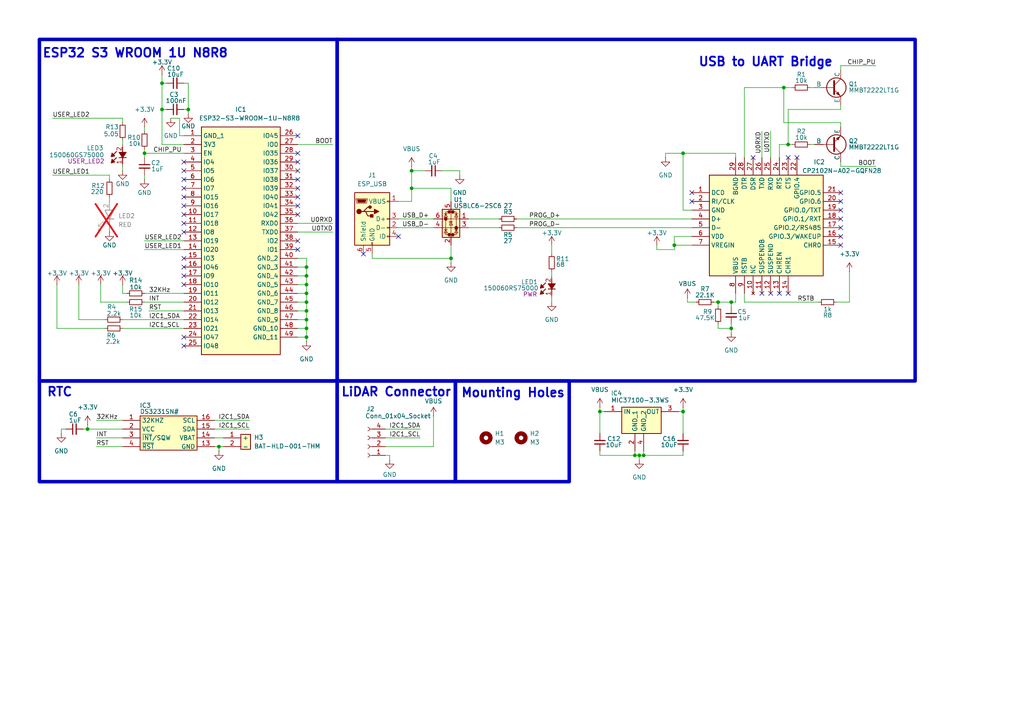
<source format=kicad_sch>
(kicad_sch (version 20250114) (generator "eeschema") (generator_version "9.0")
  (paper "A4")
  (title_block (title "SDM26 Timing Gate") (date "2025-07-16") (rev "V1.0") (company "Sun Devil Motorsports"))
  (lib_symbols
    (symbol "BAT-HLD-001-THM_1"
      (property "Reference" "H" (at 4.826 9.652 0))
      (property "Value" "BAT-HLD-001-THM" (at 4.826 7.112 0))
      (symbol "BAT-HLD-001-THM_1_1_1"
        (pin passive line (at 0 2.54 0) (length 5.08) (name "+") (number "1"))
        (pin passive line (at 0 0 0) (length 5.08) (name "-") (number "2"))
      )
    )
    (symbol "Connector:Conn_01x04_Socket" (pin_names (offset 1.016) (hide yes))
      (property "Reference" "J" (at 0 5.08 0))
      (property "Value" "Conn_01x04_Socket" (at 0 -7.62 0))
      (symbol "Conn_01x04_Socket_1_1"
        (pin passive line (at -5.08 2.54 0) (length 3.81) (name "Pin_1") (number "1"))
        (pin passive line (at -5.08 0 0) (length 3.81) (name "Pin_2") (number "2"))
        (pin passive line (at -5.08 -2.54 0) (length 3.81) (name "Pin_3") (number "3"))
        (pin passive line (at -5.08 -5.08 0) (length 3.81) (name "Pin_4") (number "4"))
      )
    )
    (symbol "Connector:USB_B_Micro" (pin_names (offset 1.016))
      (property "Reference" "J" (at -5.08 11.43 0))
      (property "Value" "USB_B_Micro" (at -5.08 8.89 0))
      (symbol "USB_B_Micro_1_1"
        (pin passive line (at -2.54 -10.16 90) (length 2.54) (name "Shield") (number "6"))
        (pin power_out line (at 0 -10.16 90) (length 2.54) (name "GND") (number "5"))
        (pin power_out line (at 7.62 5.08 180) (length 2.54) (name "VBUS") (number "1"))
        (pin bidirectional line (at 7.62 0 180) (length 2.54) (name "D+") (number "3"))
        (pin bidirectional line (at 7.62 -2.54 180) (length 2.54) (name "D-") (number "2"))
        (pin passive line (at 7.62 -5.08 180) (length 2.54) (name "ID") (number "4"))
      )
    )
    (symbol "Device:C_Small" (pin_numbers (hide yes)) (pin_names (offset 0.254) (hide yes))
      (property "Reference" "C" (at 0.254 1.778 0))
      (property "Value" "C_Small" (at 0.254 -2.032 0))
      (symbol "C_Small_1_1"
        (pin passive line (at 0 2.54 270) (length 2.032) (name "~") (number "1"))
        (pin passive line (at 0 -2.54 90) (length 2.032) (name "~") (number "2"))
      )
    )
    (symbol "Device:R_Small" (pin_numbers (hide yes)) (pin_names (offset 0.254) (hide yes))
      (property "Reference" "R" (at 0.762 0.508 0))
      (property "Value" "R_Small" (at 0.762 -1.016 0))
      (symbol "R_Small_1_1"
        (pin passive line (at 0 2.54 270) (length 0.762) (name "~") (number "1"))
        (pin passive line (at 0 -2.54 90) (length 0.762) (name "~") (number "2"))
      )
    )
    (symbol "Mechanical:MountingHole" (pin_names (offset 1.016))
      (property "Reference" "H" (at 0 5.08 0))
      (property "Value" "MountingHole" (at 0 3.175 0))
    )
    (symbol "Power_Protection:USBLC6-2SC6" (pin_names (hide yes))
      (property "Reference" "U5" (at 1.6511 7.62 0))
      (property "Value" "USBLC6-2SC6" (at 1.6511 5.08 0))
      (symbol "USBLC6-2SC6_1_1"
        (pin passive line (at -5.08 0 0) (length 2.54) (name "I/O1") (number "6"))
        (pin passive line (at -5.08 -2.54 0) (length 2.54) (name "I/O2") (number "4"))
        (pin passive line (at 0 5.08 270) (length 2.54) (name "VBUS") (number "5"))
        (pin passive line (at 0 -7.62 90) (length 2.54) (name "GND") (number "2"))
        (pin passive line (at 5.08 0 180) (length 2.54) (name "I/O1") (number "1"))
        (pin passive line (at 5.08 -2.54 180) (length 2.54) (name "I/O2") (number "3"))
      )
    )
    (symbol "SDM_LED:150060GS75000" (pin_names (hide yes))
      (property "Reference" "LED" (at -2.54 8.636 0))
      (property "Value" "150060GS75000" (at -2.54 6.35 0))
      (property "Measure" "Measure" (at 1.524 5.08 0))
      (symbol "150060GS75000_1_1"
        (pin passive line (at -2.54 0 0) (length 2.54) (name "K") (number "1"))
        (pin passive line (at 3.81 0 180) (length 2.54) (name "A") (number "2"))
      )
    )
    (symbol "SDM_LED:150060RS75000" (pin_names (hide yes))
      (property "Reference" "LED" (at 0 8.636 0))
      (property "Value" "150060RS75000" (at 0 6.604 0))
      (property "Measure" "Measure" (at 4.064 5.588 0))
      (symbol "150060RS75000_1_1"
        (pin passive line (at 0 0 0) (length 2.54) (name "K") (number "1"))
        (pin passive line (at 6.35 0 180) (length 2.54) (name "A") (number "2"))
      )
    )
    (symbol "SDM_LED:SSF-LXH100LID-01" (pin_names (hide yes))
      (property "Reference" "LED" (at 12.7 8.89 0))
      (property "Value" "RED" (at 12.7 6.35 0))
      (symbol "SSF-LXH100LID-01_1_1"
        (pin passive line (at 2.54 0 0) (length 2.54) (name "K") (number "1"))
        (pin passive line (at 10.16 0 180) (length 2.54) (name "A") (number "2"))
      )
    )
    (symbol "SDM_MICRO_CONTROLLER:ESP32-S3-WROOM-1U-N8R8"
      (property "Reference" "IC" (at 29.21 7.62 0))
      (property "Value" "ESP32-S3-WROOM-1U-N8R8" (at 29.21 5.08 0))
      (symbol "ESP32-S3-WROOM-1U-N8R8_1_1"
        (pin passive line (at 0 0 0) (length 5.08) (name "GND_1") (number "1"))
        (pin passive line (at 0 -2.54 0) (length 5.08) (name "3V3") (number "2"))
        (pin passive line (at 0 -5.08 0) (length 5.08) (name "EN") (number "3"))
        (pin passive line (at 0 -7.62 0) (length 5.08) (name "IO4") (number "4"))
        (pin passive line (at 0 -10.16 0) (length 5.08) (name "IO5") (number "5"))
        (pin passive line (at 0 -12.7 0) (length 5.08) (name "IO6") (number "6"))
        (pin passive line (at 0 -15.24 0) (length 5.08) (name "IO7") (number "7"))
        (pin passive line (at 0 -17.78 0) (length 5.08) (name "IO15") (number "8"))
        (pin passive line (at 0 -20.32 0) (length 5.08) (name "IO16") (number "9"))
        (pin passive line (at 0 -22.86 0) (length 5.08) (name "IO17") (number "10"))
        (pin passive line (at 0 -25.4 0) (length 5.08) (name "IO18") (number "11"))
        (pin passive line (at 0 -27.94 0) (length 5.08) (name "IO8") (number "12"))
        (pin passive line (at 0 -30.48 0) (length 5.08) (name "IO19") (number "13"))
        (pin passive line (at 0 -33.02 0) (length 5.08) (name "IO20") (number "14"))
        (pin passive line (at 0 -35.56 0) (length 5.08) (name "IO3") (number "15"))
        (pin passive line (at 0 -38.1 0) (length 5.08) (name "IO46") (number "16"))
        (pin passive line (at 0 -40.64 0) (length 5.08) (name "IO9") (number "17"))
        (pin passive line (at 0 -43.18 0) (length 5.08) (name "IO10") (number "18"))
        (pin passive line (at 0 -45.72 0) (length 5.08) (name "IO11") (number "19"))
        (pin passive line (at 0 -48.26 0) (length 5.08) (name "IO12") (number "20"))
        (pin passive line (at 0 -50.8 0) (length 5.08) (name "IO13") (number "21"))
        (pin passive line (at 0 -53.34 0) (length 5.08) (name "IO14") (number "22"))
        (pin passive line (at 0 -55.88 0) (length 5.08) (name "IO21") (number "23"))
        (pin passive line (at 0 -58.42 0) (length 5.08) (name "IO47") (number "24"))
        (pin passive line (at 0 -60.96 0) (length 5.08) (name "IO48") (number "25"))
        (pin passive line (at 33.02 0 180) (length 5.08) (name "IO45") (number "26"))
        (pin passive line (at 33.02 -2.54 180) (length 5.08) (name "IO0") (number "27"))
        (pin passive line (at 33.02 -5.08 180) (length 5.08) (name "IO35") (number "28"))
        (pin passive line (at 33.02 -7.62 180) (length 5.08) (name "IO36") (number "29"))
        (pin passive line (at 33.02 -10.16 180) (length 5.08) (name "IO37") (number "30"))
        (pin passive line (at 33.02 -12.7 180) (length 5.08) (name "IO38") (number "31"))
        (pin passive line (at 33.02 -15.24 180) (length 5.08) (name "IO39") (number "32"))
        (pin passive line (at 33.02 -17.78 180) (length 5.08) (name "IO40") (number "33"))
        (pin passive line (at 33.02 -20.32 180) (length 5.08) (name "IO41") (number "34"))
        (pin passive line (at 33.02 -22.86 180) (length 5.08) (name "IO42") (number "35"))
        (pin passive line (at 33.02 -25.4 180) (length 5.08) (name "RXD0") (number "36"))
        (pin passive line (at 33.02 -27.94 180) (length 5.08) (name "TXD0") (number "37"))
        (pin passive line (at 33.02 -30.48 180) (length 5.08) (name "IO2") (number "38"))
        (pin passive line (at 33.02 -33.02 180) (length 5.08) (name "IO1") (number "39"))
        (pin passive line (at 33.02 -35.56 180) (length 5.08) (name "GND_2") (number "40"))
        (pin passive line (at 33.02 -38.1 180) (length 5.08) (name "GND_3") (number "41"))
        (pin passive line (at 33.02 -40.64 180) (length 5.08) (name "GND_4") (number "42"))
        (pin passive line (at 33.02 -43.18 180) (length 5.08) (name "GND_5") (number "43"))
        (pin passive line (at 33.02 -45.72 180) (length 5.08) (name "GND_6") (number "44"))
        (pin passive line (at 33.02 -48.26 180) (length 5.08) (name "GND_7") (number "45"))
        (pin passive line (at 33.02 -50.8 180) (length 5.08) (name "GND_8") (number "46"))
        (pin passive line (at 33.02 -53.34 180) (length 5.08) (name "GND_9") (number "47"))
        (pin passive line (at 33.02 -55.88 180) (length 5.08) (name "GND_10") (number "48"))
        (pin passive line (at 33.02 -58.42 180) (length 5.08) (name "GND_11") (number "49"))
      )
    )
    (symbol "SDM_RTC:DS3231SN#"
      (property "Reference" "IC" (at 31.75 7.62 0))
      (property "Value" "DS3231SN#" (at 31.75 5.08 0))
      (symbol "DS3231SN#_1_1"
        (pin passive line (at 0 0 0) (length 5.08) (name "32KHZ") (number "1"))
        (pin passive line (at 0 -2.54 0) (length 5.08) (name "VCC") (number "2"))
        (pin passive line (at 0 -5.08 0) (length 5.08) (name "~{INT}/SQW") (number "3"))
        (pin passive line (at 0 -7.62 0) (length 5.08) (name "~{RST}") (number "4"))
        (pin no_connect line (at 0 -10.16 0) (length 5.08) (hide yes) (name "N.C._1") (number "5"))
        (pin no_connect line (at 0 -12.7 0) (length 5.08) (hide yes) (name "N.C._2") (number "6"))
        (pin no_connect line (at 0 -15.24 0) (length 5.08) (hide yes) (name "N.C._3") (number "7"))
        (pin no_connect line (at 0 -17.78 0) (length 5.08) (hide yes) (name "N.C._4") (number "8"))
        (pin passive line (at 26.67 0 180) (length 5.08) (name "SCL") (number "16"))
        (pin passive line (at 26.67 -2.54 180) (length 5.08) (name "SDA") (number "15"))
        (pin passive line (at 26.67 -5.08 180) (length 5.08) (name "VBAT") (number "14"))
        (pin passive line (at 26.67 -7.62 180) (length 5.08) (name "GND") (number "13"))
        (pin no_connect line (at 35.56 -10.16 180) (length 5.08) (hide yes) (name "N.C._8") (number "12"))
        (pin no_connect line (at 35.56 -12.7 180) (length 5.08) (hide yes) (name "N.C._7") (number "11"))
        (pin no_connect line (at 35.56 -15.24 180) (length 5.08) (hide yes) (name "N.C._6") (number "10"))
        (pin no_connect line (at 35.56 -17.78 180) (length 5.08) (hide yes) (name "N.C._5") (number "9"))
      )
    )
    (symbol "SDM_TRANSISTOR:MMBT2222LT1G" (pin_numbers (hide yes)) (pin_names (offset 0))
      (property "Reference" "Q" (at -2.54 7.62 0))
      (property "Value" "MMBT2222LT1G" (at -2.54 5.08 0))
      (symbol "MMBT2222LT1G_1_1"
        (pin input line (at -5.08 0 0) (length 2.54) (name "B") (number "1"))
        (pin open_collector line (at 2.54 5.08 270) (length 2.54) (name "C") (number "3"))
        (pin open_emitter line (at 2.54 -5.08 90) (length 2.54) (name "E") (number "2"))
      )
    )
    (symbol "SDM_USBUART:CP2102N-A02-GQFN28"
      (property "Reference" "IC" (at 39.37 17.78 0))
      (property "Value" "CP2102N-A02-GQFN28" (at 39.37 15.24 0))
      (symbol "CP2102N-A02-GQFN28_1_1"
        (pin input line (at 0 0 0) (length 5.08) (name "DCD") (number "1"))
        (pin bidirectional line (at 0 -2.54 0) (length 5.08) (name "RI/CLK") (number "2"))
        (pin power_in line (at 0 -5.08 0) (length 5.08) (name "GND") (number "3"))
        (pin bidirectional line (at 0 -7.62 0) (length 5.08) (name "D+") (number "4"))
        (pin bidirectional line (at 0 -10.16 0) (length 5.08) (name "D-") (number "5"))
        (pin power_in line (at 0 -12.7 0) (length 5.08) (name "VDD") (number "6"))
        (pin power_in line (at 0 -15.24 0) (length 5.08) (name "VREGIN") (number "7"))
        (pin power_in line (at 12.7 10.16 270) (length 5.08) (name "BGND") (number "29"))
        (pin input line (at 12.7 -29.21 90) (length 5.08) (name "VBUS") (number "8"))
        (pin output line (at 15.24 10.16 270) (length 5.08) (name "DTR") (number "28"))
        (pin input line (at 15.24 -29.21 90) (length 5.08) (name "RSTB") (number "9"))
        (pin input line (at 17.78 10.16 270) (length 5.08) (name "DSR") (number "27"))
        (pin no_connect line (at 17.78 -29.21 90) (length 5.08) (name "NC") (number "10"))
        (pin output line (at 20.32 10.16 270) (length 5.08) (name "TXD") (number "26"))
        (pin output line (at 20.32 -29.21 90) (length 5.08) (name "SUSPENDB") (number "11"))
        (pin input line (at 22.86 10.16 270) (length 5.08) (name "RXD") (number "25"))
        (pin output line (at 22.86 -29.21 90) (length 5.08) (name "SUSPEND") (number "12"))
        (pin output line (at 25.4 10.16 270) (length 5.08) (name "RTS") (number "24"))
        (pin output line (at 25.4 -29.21 90) (length 5.08) (name "CHREN") (number "13"))
        (pin input line (at 27.94 10.16 270) (length 5.08) (name "CTS") (number "23"))
        (pin output line (at 27.94 -29.21 90) (length 5.08) (name "CHR1") (number "14"))
        (pin bidirectional line (at 30.48 10.16 270) (length 5.08) (name "GPIO.4") (number "22"))
        (pin bidirectional line (at 43.18 0 180) (length 5.08) (name "GPIO.5") (number "21"))
        (pin bidirectional line (at 43.18 -2.54 180) (length 5.08) (name "GPIO.6") (number "20"))
        (pin bidirectional line (at 43.18 -5.08 180) (length 5.08) (name "GPIO.0/TXT") (number "19"))
        (pin bidirectional line (at 43.18 -7.62 180) (length 5.08) (name "GPIO.1/RXT") (number "18"))
        (pin bidirectional line (at 43.18 -10.16 180) (length 5.08) (name "GPIO.2/RS485") (number "17"))
        (pin bidirectional line (at 43.18 -12.7 180) (length 5.08) (name "GPIO.3/WAKEUP") (number "16"))
        (pin output line (at 43.18 -15.24 180) (length 5.08) (name "CHR0") (number "15"))
      )
    )
    (symbol "SDM_VOLTAGE_REGULATORS:MIC37100-3.3WS"
      (property "Reference" "IC" (at 26.67 7.62 0))
      (property "Value" "MIC37100-3.3WS" (at 26.67 5.08 0))
      (symbol "MIC37100-3.3WS_1_1"
        (pin passive line (at 0 1.27 0) (length 5.08) (name "IN") (number "1"))
        (pin passive line (at 8.89 -10.16 90) (length 5.08) (name "GND_1") (number "2"))
        (pin passive line (at 11.43 -10.16 90) (length 5.08) (name "GND_2") (number "4"))
        (pin passive line (at 21.59 1.27 180) (length 5.08) (name "OUT") (number "3"))
      )
    )
    (symbol "power:+3.3V" (power) (pin_numbers (hide yes)) (pin_names (offset 0) (hide yes))
      (property "Value" "+3.3V" (at 0 3.556 0))
      (symbol "+3.3V_1_1"
        (pin power_in line (at 0 0 90) (length 0) (name "~") (number "1"))
      )
    )
    (symbol "power:GND" (power) (pin_numbers (hide yes)) (pin_names (offset 0) (hide yes))
      (property "Value" "GND" (at 0 -3.81 0))
      (symbol "GND_1_1"
        (pin power_in line (at 0 0 270) (length 0) (name "~") (number "1"))
      )
    )
    (symbol "power:VBUS" (power) (pin_numbers (hide yes)) (pin_names (offset 0) (hide yes))
      (property "Value" "VBUS" (at 0 3.556 0))
      (symbol "VBUS_1_1"
        (pin power_in line (at 0 0 90) (length 0) (name "~") (number "1"))
      )
    )
  )
  (rectangle (start 11.43 11.43) (end 97.79 110.49) (stroke (width 1.016)))
  (rectangle (start 97.79 110.49) (end 132.08 139.7) (stroke (width 1.016)))
  (rectangle (start 11.43 110.49) (end 97.79 139.7) (stroke (width 1.016)))
  (rectangle (start 97.79 11.43) (end 265.43 110.49) (stroke (width 1.016)))
  (rectangle (start 132.08 110.49) (end 165.1 139.7) (stroke (width 1.016)))
  (text "ESP32 S3 WROOM 1U N8R8" (at 66.294 17.018 0) (effects (font (size 2.54 2.54) (thickness 0.512) (bold yes)) (justify right bottom)))
  (text "RTC" (at 13.462 115.316 0) (effects (font (size 2.54 2.54) (thickness 0.512) (bold yes)) (justify left bottom)))
  (text "USB to UART Bridge" (at 202.438 19.558 0) (effects (font (size 2.54 2.54) (thickness 0.512) (bold yes)) (justify left bottom)))
  (text "Mounting Holes" (at 133.604 115.57 0) (effects (font (size 2.56 2.56) (thickness 0.512) (bold yes)) (justify left bottom)))
  (text "LiDAR Connector" (at 98.806 115.316 0) (effects (font (size 2.54 2.54) (thickness 0.512) (bold yes)) (justify left bottom)))
  (junction (at 195.58 71.12))
  (junction (at 173.99 119.38))
  (junction (at 186.69 132.08))
  (junction (at 88.9 82.55))
  (junction (at 212.09 95.25))
  (junction (at 54.61 31.75))
  (junction (at 88.9 97.79))
  (junction (at 227.33 25.4))
  (junction (at 41.91 44.45))
  (junction (at 130.81 74.93))
  (junction (at 88.9 85.09))
  (junction (at 198.12 44.45))
  (junction (at 46.99 24.13))
  (junction (at 185.42 132.08))
  (junction (at 88.9 95.25))
  (junction (at 46.99 31.75))
  (junction (at 88.9 92.71))
  (junction (at 88.9 90.17))
  (junction (at 119.38 49.53))
  (junction (at 88.9 87.63))
  (junction (at 208.28 87.63))
  (junction (at 25.4 124.46))
  (junction (at 198.12 119.38))
  (junction (at 184.15 132.08))
  (junction (at 228.6 41.91))
  (junction (at 63.5 129.54))
  (junction (at 119.38 54.61))
  (junction (at 88.9 80.01))
  (junction (at 88.9 77.47))
  (junction (at 212.09 87.63))
  (no_connect (at 53.34 46.99))
  (no_connect (at 86.36 44.45))
  (no_connect (at 86.36 39.37))
  (no_connect (at 226.06 85.09))
  (no_connect (at 231.14 45.72))
  (no_connect (at 86.36 52.07))
  (no_connect (at 53.34 100.33))
  (no_connect (at 243.84 60.96))
  (no_connect (at 243.84 63.5))
  (no_connect (at 53.34 52.07))
  (no_connect (at 86.36 57.15))
  (no_connect (at 115.57 68.58))
  (no_connect (at 243.84 71.12))
  (no_connect (at 220.98 85.09))
  (no_connect (at 53.34 77.47))
  (no_connect (at 243.84 55.88))
  (no_connect (at 86.36 62.23))
  (no_connect (at 218.44 45.72))
  (no_connect (at 53.34 49.53))
  (no_connect (at 53.34 64.77))
  (no_connect (at 243.84 66.04))
  (no_connect (at 228.6 85.09))
  (no_connect (at 228.6 45.72))
  (no_connect (at 53.34 67.31))
  (no_connect (at 86.36 54.61))
  (no_connect (at 53.34 54.61))
  (no_connect (at 86.36 46.99))
  (no_connect (at 105.41 73.66))
  (no_connect (at 53.34 97.79))
  (no_connect (at 53.34 62.23))
  (no_connect (at 53.34 57.15))
  (no_connect (at 86.36 72.39))
  (no_connect (at 53.34 80.01))
  (no_connect (at 53.34 59.69))
  (no_connect (at 86.36 49.53))
  (no_connect (at 243.84 68.58))
  (no_connect (at 223.52 85.09))
  (no_connect (at 86.36 69.85))
  (no_connect (at 200.66 58.42))
  (no_connect (at 86.36 59.69))
  (no_connect (at 53.34 74.93))
  (no_connect (at 200.66 55.88))
  (no_connect (at 243.84 58.42))
  (no_connect (at 53.34 82.55))
  (wire (pts (xy 111.76 124.46) (xy 121.92 124.46)))
  (wire (pts (xy 243.84 31.75) (xy 228.6 31.75)))
  (wire (pts (xy 160.02 71.12) (xy 160.02 73.66)))
  (wire (pts (xy 41.91 44.45) (xy 53.34 44.45)))
  (wire (pts (xy 25.4 123.19) (xy 25.4 124.46)))
  (wire (pts (xy 31.75 52.07) (xy 31.75 50.8)))
  (wire (pts (xy 41.91 44.45) (xy 41.91 43.18)))
  (wire (pts (xy 215.9 87.63) (xy 237.49 87.63)))
  (wire (pts (xy 195.58 72.39) (xy 195.58 71.12)))
  (wire (pts (xy 35.56 85.09) (xy 35.56 82.55)))
  (wire (pts (xy 119.38 48.26) (xy 119.38 49.53)))
  (wire (pts (xy 212.09 95.25) (xy 212.09 96.52)))
  (wire (pts (xy 15.24 34.29) (xy 35.56 34.29)))
  (wire (pts (xy 107.95 73.66) (xy 107.95 74.93)))
  (wire (pts (xy 243.84 48.26) (xy 254 48.26)))
  (wire (pts (xy 195.58 68.58) (xy 195.58 71.12)))
  (wire (pts (xy 52.07 39.37) (xy 52.07 34.29)))
  (wire (pts (xy 220.98 45.72) (xy 220.98 38.1)))
  (wire (pts (xy 149.86 63.5) (xy 200.66 63.5)))
  (wire (pts (xy 16.51 95.25) (xy 30.48 95.25)))
  (wire (pts (xy 213.36 87.63) (xy 213.36 85.09)))
  (wire (pts (xy 88.9 85.09) (xy 88.9 87.63)))
  (wire (pts (xy 130.81 71.12) (xy 130.81 74.93)))
  (wire (pts (xy 41.91 50.8) (xy 41.91 52.07)))
  (wire (pts (xy 41.91 69.85) (xy 53.34 69.85)))
  (wire (pts (xy 53.34 41.91) (xy 46.99 41.91)))
  (wire (pts (xy 243.84 31.75) (xy 243.84 30.48)))
  (wire (pts (xy 35.56 35.56) (xy 35.56 34.29)))
  (wire (pts (xy 53.34 24.13) (xy 54.61 24.13)))
  (wire (pts (xy 226.06 41.91) (xy 228.6 41.91)))
  (wire (pts (xy 200.66 60.96) (xy 198.12 60.96)))
  (wire (pts (xy 190.5 71.12) (xy 190.5 72.39)))
  (wire (pts (xy 199.39 86.36) (xy 199.39 87.63)))
  (wire (pts (xy 184.15 132.08) (xy 185.42 132.08)))
  (wire (pts (xy 86.36 92.71) (xy 88.9 92.71)))
  (wire (pts (xy 227.33 25.4) (xy 229.87 25.4)))
  (wire (pts (xy 17.78 125.73) (xy 17.78 124.46)))
  (wire (pts (xy 52.07 34.29) (xy 49.53 34.29)))
  (wire (pts (xy 88.9 87.63) (xy 88.9 90.17)))
  (wire (pts (xy 86.36 97.79) (xy 88.9 97.79)))
  (wire (pts (xy 173.99 132.08) (xy 184.15 132.08)))
  (wire (pts (xy 63.5 129.54) (xy 64.77 129.54)))
  (wire (pts (xy 173.99 118.11) (xy 173.99 119.38)))
  (wire (pts (xy 186.69 130.81) (xy 186.69 132.08)))
  (wire (pts (xy 185.42 132.08) (xy 186.69 132.08)))
  (wire (pts (xy 213.36 44.45) (xy 198.12 44.45)))
  (wire (pts (xy 173.99 130.81) (xy 173.99 132.08)))
  (wire (pts (xy 86.36 90.17) (xy 88.9 90.17)))
  (wire (pts (xy 243.84 48.26) (xy 243.84 46.99)))
  (wire (pts (xy 198.12 44.45) (xy 198.12 60.96)))
  (wire (pts (xy 195.58 68.58) (xy 200.66 68.58)))
  (wire (pts (xy 234.95 41.91) (xy 236.22 41.91)))
  (wire (pts (xy 113.03 132.08) (xy 113.03 133.35)))
  (wire (pts (xy 212.09 87.63) (xy 212.09 88.9)))
  (wire (pts (xy 29.21 87.63) (xy 29.21 82.55)))
  (wire (pts (xy 119.38 54.61) (xy 119.38 58.42)))
  (wire (pts (xy 246.38 87.63) (xy 246.38 78.74)))
  (wire (pts (xy 208.28 88.9) (xy 208.28 87.63)))
  (wire (pts (xy 46.99 24.13) (xy 48.26 24.13)))
  (wire (pts (xy 41.91 85.09) (xy 53.34 85.09)))
  (wire (pts (xy 212.09 93.98) (xy 212.09 95.25)))
  (wire (pts (xy 88.9 74.93) (xy 88.9 77.47)))
  (wire (pts (xy 86.36 87.63) (xy 88.9 87.63)))
  (wire (pts (xy 25.4 124.46) (xy 35.56 124.46)))
  (wire (pts (xy 36.83 85.09) (xy 35.56 85.09)))
  (wire (pts (xy 16.51 82.55) (xy 16.51 95.25)))
  (wire (pts (xy 27.94 129.54) (xy 35.56 129.54)))
  (wire (pts (xy 41.91 36.83) (xy 41.91 38.1)))
  (wire (pts (xy 207.01 87.63) (xy 208.28 87.63)))
  (wire (pts (xy 46.99 31.75) (xy 48.26 31.75)))
  (wire (pts (xy 41.91 72.39) (xy 53.34 72.39)))
  (wire (pts (xy 111.76 127) (xy 121.92 127)))
  (wire (pts (xy 190.5 72.39) (xy 195.58 72.39)))
  (wire (pts (xy 111.76 132.08) (xy 113.03 132.08)))
  (wire (pts (xy 31.75 67.31) (xy 31.75 66.04)))
  (wire (pts (xy 125.73 129.54) (xy 111.76 129.54)))
  (wire (pts (xy 243.84 19.05) (xy 243.84 20.32)))
  (wire (pts (xy 88.9 77.47) (xy 88.9 80.01)))
  (wire (pts (xy 215.9 25.4) (xy 215.9 45.72)))
  (wire (pts (xy 213.36 44.45) (xy 213.36 45.72)))
  (wire (pts (xy 63.5 129.54) (xy 63.5 130.81)))
  (wire (pts (xy 86.36 74.93) (xy 88.9 74.93)))
  (wire (pts (xy 208.28 93.98) (xy 208.28 95.25)))
  (wire (pts (xy 184.15 130.81) (xy 184.15 132.08)))
  (wire (pts (xy 226.06 45.72) (xy 226.06 41.91)))
  (wire (pts (xy 198.12 119.38) (xy 198.12 118.11)))
  (wire (pts (xy 125.73 120.65) (xy 125.73 129.54)))
  (wire (pts (xy 208.28 87.63) (xy 212.09 87.63)))
  (wire (pts (xy 198.12 132.08) (xy 198.12 130.81)))
  (wire (pts (xy 86.36 82.55) (xy 88.9 82.55)))
  (wire (pts (xy 193.04 44.45) (xy 198.12 44.45)))
  (wire (pts (xy 228.6 41.91) (xy 229.87 41.91)))
  (wire (pts (xy 88.9 95.25) (xy 88.9 97.79)))
  (wire (pts (xy 15.24 50.8) (xy 31.75 50.8)))
  (wire (pts (xy 22.86 92.71) (xy 22.86 82.55)))
  (wire (pts (xy 130.81 54.61) (xy 130.81 58.42)))
  (wire (pts (xy 186.69 132.08) (xy 198.12 132.08)))
  (wire (pts (xy 160.02 80.01) (xy 160.02 78.74)))
  (wire (pts (xy 62.23 121.92) (xy 72.39 121.92)))
  (wire (pts (xy 228.6 31.75) (xy 228.6 41.91)))
  (wire (pts (xy 227.33 35.56) (xy 227.33 25.4)))
  (wire (pts (xy 119.38 54.61) (xy 130.81 54.61)))
  (wire (pts (xy 242.57 87.63) (xy 246.38 87.63)))
  (wire (pts (xy 27.94 121.92) (xy 35.56 121.92)))
  (wire (pts (xy 128.27 49.53) (xy 133.35 49.53)))
  (wire (pts (xy 41.91 44.45) (xy 41.91 45.72)))
  (wire (pts (xy 86.36 95.25) (xy 88.9 95.25)))
  (wire (pts (xy 208.28 95.25) (xy 212.09 95.25)))
  (wire (pts (xy 135.89 66.04) (xy 144.78 66.04)))
  (wire (pts (xy 27.94 127) (xy 35.56 127)))
  (wire (pts (xy 46.99 41.91) (xy 46.99 31.75)))
  (wire (pts (xy 215.9 87.63) (xy 215.9 85.09)))
  (wire (pts (xy 149.86 66.04) (xy 200.66 66.04)))
  (wire (pts (xy 173.99 119.38) (xy 175.26 119.38)))
  (wire (pts (xy 243.84 35.56) (xy 227.33 35.56)))
  (wire (pts (xy 115.57 58.42) (xy 119.38 58.42)))
  (wire (pts (xy 30.48 92.71) (xy 22.86 92.71)))
  (wire (pts (xy 35.56 48.26) (xy 35.56 49.53)))
  (wire (pts (xy 64.77 127) (xy 62.23 127)))
  (wire (pts (xy 88.9 97.79) (xy 88.9 99.06)))
  (wire (pts (xy 86.36 80.01) (xy 88.9 80.01)))
  (wire (pts (xy 196.85 119.38) (xy 198.12 119.38)))
  (wire (pts (xy 88.9 92.71) (xy 88.9 95.25)))
  (wire (pts (xy 88.9 80.01) (xy 88.9 82.55)))
  (wire (pts (xy 53.34 39.37) (xy 52.07 39.37)))
  (wire (pts (xy 86.36 77.47) (xy 88.9 77.47)))
  (wire (pts (xy 199.39 87.63) (xy 201.93 87.63)))
  (wire (pts (xy 119.38 49.53) (xy 119.38 54.61)))
  (wire (pts (xy 36.83 87.63) (xy 29.21 87.63)))
  (wire (pts (xy 86.36 41.91) (xy 96.52 41.91)))
  (wire (pts (xy 46.99 24.13) (xy 46.99 21.59)))
  (wire (pts (xy 35.56 40.64) (xy 35.56 41.91)))
  (wire (pts (xy 212.09 87.63) (xy 213.36 87.63)))
  (wire (pts (xy 35.56 92.71) (xy 53.34 92.71)))
  (wire (pts (xy 223.52 45.72) (xy 223.52 38.1)))
  (wire (pts (xy 88.9 82.55) (xy 88.9 85.09)))
  (wire (pts (xy 115.57 63.5) (xy 125.73 63.5)))
  (wire (pts (xy 173.99 119.38) (xy 173.99 125.73)))
  (wire (pts (xy 107.95 74.93) (xy 130.81 74.93)))
  (wire (pts (xy 234.95 25.4) (xy 236.22 25.4)))
  (wire (pts (xy 54.61 31.75) (xy 54.61 33.02)))
  (wire (pts (xy 41.91 87.63) (xy 53.34 87.63)))
  (wire (pts (xy 195.58 71.12) (xy 200.66 71.12)))
  (wire (pts (xy 63.5 129.54) (xy 62.23 129.54)))
  (wire (pts (xy 46.99 31.75) (xy 46.99 24.13)))
  (wire (pts (xy 243.84 35.56) (xy 243.84 36.83)))
  (wire (pts (xy 86.36 67.31) (xy 96.52 67.31)))
  (wire (pts (xy 215.9 25.4) (xy 227.33 25.4)))
  (wire (pts (xy 31.75 57.15) (xy 31.75 58.42)))
  (wire (pts (xy 115.57 66.04) (xy 125.73 66.04)))
  (wire (pts (xy 198.12 119.38) (xy 198.12 125.73)))
  (wire (pts (xy 193.04 44.45) (xy 193.04 45.72)))
  (wire (pts (xy 243.84 19.05) (xy 254 19.05)))
  (wire (pts (xy 133.35 49.53) (xy 133.35 50.8)))
  (wire (pts (xy 53.34 31.75) (xy 54.61 31.75)))
  (wire (pts (xy 35.56 95.25) (xy 53.34 95.25)))
  (wire (pts (xy 88.9 90.17) (xy 88.9 92.71)))
  (wire (pts (xy 62.23 124.46) (xy 72.39 124.46)))
  (wire (pts (xy 24.13 124.46) (xy 25.4 124.46)))
  (wire (pts (xy 43.18 90.17) (xy 53.34 90.17)))
  (wire (pts (xy 160.02 87.63) (xy 160.02 86.36)))
  (wire (pts (xy 185.42 132.08) (xy 185.42 133.35)))
  (wire (pts (xy 135.89 63.5) (xy 144.78 63.5)))
  (wire (pts (xy 119.38 49.53) (xy 123.19 49.53)))
  (wire (pts (xy 17.78 124.46) (xy 19.05 124.46)))
  (wire (pts (xy 86.36 85.09) (xy 88.9 85.09)))
  (wire (pts (xy 54.61 24.13) (xy 54.61 31.75)))
  (wire (pts (xy 86.36 64.77) (xy 96.52 64.77)))
  (wire (pts (xy 130.81 74.93) (xy 130.81 76.2)))
  (label "USER_LED2" (at 41.91 69.85 0))
  (label "PROG_D+" (at 162.56 63.5 180))
  (label "CHIP_PU" (at 254 19.05 180))
  (label "CHIP_PU" (at 44.45 44.45 0))
  (label "RST" (at 43.18 90.17 0))
  (label "INT" (at 27.94 127 0))
  (label "I2C1_SCL" (at 121.92 127 180))
  (label "RSTB" (at 236.22 87.63 180))
  (label "32KHz" (at 43.18 85.09 0))
  (label "I2C1_SCL" (at 72.39 124.46 180))
  (label "BOOT" (at 96.52 41.91 180))
  (label "I2C1_SCL" (at 43.18 95.25 0))
  (label "U0RXD" (at 96.52 64.77 180))
  (label "I2C1_SDA" (at 43.18 92.71 0))
  (label "U0TXD" (at 96.52 67.31 180))
  (label "U0RXD" (at 220.98 38.1 270))
  (label "USER_LED1" (at 41.91 72.39 0))
  (label "RST" (at 27.94 129.54 0))
  (label "I2C1_SDA" (at 121.92 124.46 180))
  (label "INT" (at 43.18 87.63 0))
  (label "U0TXD" (at 223.52 38.1 270))
  (label "USB_D+" (at 124.46 63.5 180))
  (label "USER_LED1" (at 15.24 50.8 0))
  (label "I2C1_SDA" (at 72.39 121.92 180))
  (label "USER_LED2" (at 15.24 34.29 0))
  (label "32KHz" (at 27.94 121.92 0))
  (label "USB_D-" (at 124.46 66.04 180))
  (label "PROG_D-" (at 162.56 66.04 180))
  (label "BOOT" (at 254 48.26 180))
  (symbol (lib_id "power:+3.3V") (at 160.02 71.12 0) (unit 1)
    (property "Reference" "#PWR011" (effects (hide yes)))
    (property "Value" "+3.3V" (at 160.02 67.564 0))
    (property "Description" "Power symbol creates a global label with name \"+3.3V\"" (effects (hide yes)))
  )
  (symbol (lib_id "Device:R_Small") (at 39.37 87.63 90) (unit 1)
    (property "Reference" "R15" (at 39.37 89.662 90))
    (property "Value" "10k" (at 39.37 91.44 90))
    (property "Footprint" "Resistor_SMD:R_0603_1608Metric" (effects (hide yes)))
  )
  (symbol (lib_id "power:+3.3V") (at 35.56 82.55 0) (unit 1)
    (property "Reference" "#PWR029" (effects (hide yes)))
    (property "Value" "+3.3V" (at 35.56 79.248 0))
    (property "Description" "Power symbol creates a global label with name \"+3.3V\"" (effects (hide yes)))
  )
  (symbol (lib_id "SDM_RTC:DS3231SN#") (at 35.56 121.92 0) (unit 1)
    (property "Reference" "IC3" (at 42.164 117.602 0))
    (property "Value" "DS3231SN#" (at 46.228 119.38 0))
    (property "Footprint" "SDM_MiscFootprint:SOIC127P1032X265-16L" (effects (hide yes)))
    (property "Datasheet" "https://datasheets.maximintegrated.com/en/ds/DS3231.pdf" (effects (hide yes)))
    (property "Description" "Real Time Clock Serial Maxim DS3231SN# Real Time Clock, Battery Backup, Calendar, Clock, I2C, 5.5 V, 16-Pin SOIC" (effects (hide yes)))
    (property "Height" "2.65" (effects (hide yes)))
    (property "Mouser Part Number" "700-DS3231SN#" (effects (hide yes)))
    (property "Mouser Price/Stock" "https://www.mouser.co.uk/ProductDetail/Analog-Devices-Maxim-Integrated/DS3231SN?qs=1eQvB6Dk1vhUlr8%2FOrV0Fw%3D%3D" (effects (hide yes)))
    (property "Manufacturer_Name" "Analog Devices" (effects (hide yes)))
    (property "Manufacturer_Part_Number" "DS3231SN#" (effects (hide yes)))
  )
  (symbol (lib_id "Device:R_Small") (at 33.02 92.71 270) (unit 1)
    (property "Reference" "R4" (at 32.385 89.027 90))
    (property "Value" "2.2k" (at 33.02 90.932 90))
    (property "Footprint" "Resistor_SMD:R_0603_1608Metric" (effects (hide yes)))
  )
  (symbol (lib_id "power:GND") (at 63.5 130.81 0) (unit 1)
    (property "Reference" "#PWR020" (effects (hide yes)))
    (property "Value" "GND" (at 63.5 135.89 0))
    (property "Description" "Power symbol creates a global label with name \"GND\" , ground" (effects (hide yes)))
  )
  (symbol (lib_id "SDM_LED:150060RS75000") (at 160.02 86.36 90) (unit 1)
    (property "Reference" "LED1" (at 151.13 81.788 90) (effects (justify right)))
    (property "Value" "150060RS75000" (at 140.208 83.566 90) (effects (justify right)))
    (property "Footprint" "SDM_MiscFootprint:LEDC1608X80N" (effects (hide yes)))
    (property "Datasheet" "https://www.we-online.com/components/products/datasheet/150060RS75000.pdf" (effects (hide yes)))
    (property "Description" "WURTH ELEKTRONIK - 150060RS75000 - LED, 0603, RED, 250MCD, 625NM" (effects (hide yes)))
    (property "Measure" "PWR" (at 151.638 85.344 90) (effects (justify right)))
    (property "Height" "0.8" (effects (hide yes)))
    (property "Mouser Part Number" "710-150060RS75000" (effects (hide yes)))
    (property "Mouser Price/Stock" "https://www.mouser.co.uk/ProductDetail/Wurth-Elektronik/150060RS75000?qs=LlUlMxKIyB3QnmZ3fw%2FVCA%3D%3D" (effects (hide yes)))
    (property "Manufacturer_Name" "Wurth Elektronik" (effects (hide yes)))
    (property "Manufacturer_Part_Number" "150060RS75000" (effects (hide yes)))
  )
  (symbol (lib_id "Device:C_Small") (at 41.91 48.26 0) (unit 1)
    (property "Reference" "C2" (at 46.482 47.244 0) (effects (justify right)))
    (property "Value" "1uF" (at 47.498 49.022 0) (effects (justify right)))
    (property "Footprint" "Capacitor_SMD:C_0603_1608Metric" (effects (hide yes)))
  )
  (symbol (lib_id "power:GND") (at 160.02 87.63 0) (unit 1)
    (property "Reference" "#PWR025" (effects (hide yes)))
    (property "Value" "GND" (at 160.02 92.71 0))
    (property "Description" "Power symbol creates a global label with name \"GND\" , ground" (effects (hide yes)))
  )
  (symbol (lib_id "power:GND") (at 17.78 125.73 0) (unit 1)
    (property "Reference" "#PWR019" (effects (hide yes)))
    (property "Value" "GND" (at 17.78 130.81 0))
    (property "Description" "Power symbol creates a global label with name \"GND\" , ground" (effects (hide yes)))
  )
  (symbol (lib_id "power:GND") (at 133.35 50.8 0) (unit 1)
    (property "Reference" "#PWR08" (effects (hide yes)))
    (property "Value" "GND" (at 133.35 55.88 0))
    (property "Description" "Power symbol creates a global label with name \"GND\" , ground" (effects (hide yes)))
  )
  (symbol (lib_id "power:+3.3V") (at 46.99 21.59 0) (unit 1)
    (property "Reference" "#PWR04" (effects (hide yes)))
    (property "Value" "+3.3V" (at 46.99 18.034 0))
    (property "Description" "Power symbol creates a global label with name \"+3.3V\"" (effects (hide yes)))
  )
  (symbol (lib_id "Mechanical:MountingHole") (at 151.13 127 0) (unit 1)
    (property "Reference" "H2" (at 153.67 125.73 0) (effects (justify left)))
    (property "Value" "M3" (at 153.67 128.27 0) (effects (justify left)))
    (property "Footprint" "MountingHole:MountingHole_3.2mm_M3" (effects (hide yes)))
  )
  (symbol (lib_id "power:GND") (at 212.09 96.52 0) (unit 1)
    (property "Reference" "#PWR016" (effects (hide yes)))
    (property "Value" "GND" (at 212.09 101.6 0))
    (property "Description" "Power symbol creates a global label with name \"GND\" , ground" (effects (hide yes)))
  )
  (symbol (lib_id "power:GND") (at 31.75 67.31 0) (unit 1)
    (property "Reference" "#PWR026" (effects (hide yes)))
    (property "Value" "GND" (at 31.75 71.12 0))
    (property "Description" "Power symbol creates a global label with name \"GND\" , ground" (effects (hide yes)))
  )
  (symbol (lib_id "power:GND") (at 193.04 45.72 0) (unit 1)
    (property "Reference" "#PWR07" (effects (hide yes)))
    (property "Value" "GND" (at 193.04 50.8 0))
    (property "Description" "Power symbol creates a global label with name \"GND\" , ground" (effects (hide yes)))
  )
  (symbol (lib_id "Mechanical:MountingHole") (at 140.97 127 0) (unit 1)
    (property "Reference" "H1" (at 143.51 125.73 0) (effects (justify left)))
    (property "Value" "M3" (at 143.51 128.27 0) (effects (justify left)))
    (property "Footprint" "MountingHole:MountingHole_3.2mm_M3" (effects (hide yes)))
  )
  (symbol (lib_id "Device:R_Small") (at 33.02 95.25 90) (unit 1)
    (property "Reference" "R6" (at 32.258 97.282 90))
    (property "Value" "2.2k" (at 32.766 99.06 90))
    (property "Footprint" "Resistor_SMD:R_0603_1608Metric" (effects (hide yes)))
  )
  (symbol (lib_id "Device:R_Small") (at 147.32 63.5 90) (unit 1)
    (property "Reference" "R3" (at 147.32 61.468 90))
    (property "Value" "27" (at 147.32 59.69 90))
    (property "Footprint" "Resistor_SMD:R_0603_1608Metric" (effects (hide yes)))
  )
  (symbol (lib_id "Device:R_Small") (at 31.75 54.61 0) (unit 1)
    (property "Reference" "R12" (at 28.448 53.848 0))
    (property "Value" "220" (at 28.194 55.626 0))
    (property "Footprint" "Resistor_SMD:R_0603_1608Metric" (effects (hide yes)))
  )
  (symbol (lib_id "power:+3.3V") (at 25.4 123.19 0) (unit 1)
    (property "Reference" "#PWR018" (effects (hide yes)))
    (property "Value" "+3.3V" (at 25.4 118.11 0))
    (property "Description" "Power symbol creates a global label with name \"+3.3V\"" (effects (hide yes)))
  )
  (symbol (lib_name "BAT-HLD-001-THM_1") (lib_id "SDM_BATTERY:BAT-HLD-001-THM") (at 64.77 129.54 0) (unit 1)
    (property "Reference" "H3" (at 73.66 126.8729 0) (effects (justify left)))
    (property "Value" "BAT-HLD-001-THM" (at 73.66 129.4129 0) (effects (justify left)))
    (property "Footprint" "SDM_MiscFootprint:BATHLD001THM" (effects (hide yes)))
    (property "Datasheet" "https://www.te.com/commerce/DocumentDelivery/DDEController?Action=showdoc&DocId=Data+Sheet%7FBAT-HLD-001-THM%7FB%7Fpdf%7FEnglish%7FENG_DS_BAT-HLD-001-THM_B.pdf%7FBAT-HLD-001-THM" (effects (hide yes)))
    (property "Description" "Battery Holders, CR2032, 1 Position, Horizontal, Nickel, PCB Mount Alignment, Power, -40  257 F [-40  125 C]" (effects (hide yes)))
    (property "Height" "4.3" (effects (hide yes)))
    (property "Mouser Part Number" "N/A" (effects (hide yes)))
    (property "Mouser Price/Stock" "https://www.mouser.co.uk/ProductDetail/TE-Connectivity/BAT-HLD-001-THM?qs=ulEaXIWI0c%2Fo%2FE735Joafg%3D%3D" (effects (hide yes)))
    (property "Manufacturer_Name" "TE Connectivity" (effects (hide yes)))
    (property "Manufacturer_Part_Number" "BAT-HLD-001-THM" (effects (hide yes)))
  )
  (symbol (lib_id "power:VBUS") (at 119.38 48.26 0) (unit 1)
    (property "Reference" "#PWR01" (effects (hide yes)))
    (property "Value" "VBUS" (at 119.38 43.18 0))
    (property "Description" "Power symbol creates a global label with name \"VBUS\"" (effects (hide yes)))
  )
  (symbol (lib_id "Device:C_Small") (at 198.12 128.27 180) (unit 1)
    (property "Reference" "C16" (at 194.056 127.254 0))
    (property "Value" "10uF" (at 194.0497 129.032 0))
    (property "Footprint" "Capacitor_SMD:C_0603_1608Metric" (effects (hide yes)))
  )
  (symbol (lib_id "power:GND") (at 54.61 33.02 0) (unit 1)
    (property "Reference" "#PWR06" (effects (hide yes)))
    (property "Value" "GND" (at 54.61 36.576 0))
    (property "Description" "Power symbol creates a global label with name \"GND\" , ground" (effects (hide yes)))
  )
  (symbol (lib_id "power:GND") (at 185.42 133.35 0) (unit 1)
    (property "Reference" "#PWR032" (effects (hide yes)))
    (property "Value" "GND" (at 185.42 138.43 0))
    (property "Description" "Power symbol creates a global label with name \"GND\" , ground" (effects (hide yes)))
  )
  (symbol (lib_id "SDM_LED:150060GS75000") (at 35.56 45.72 90) (unit 1)
    (property "Reference" "LED3" (at 25.146 42.926 90) (effects (justify right)))
    (property "Value" "150060GS75000" (at 14.224 44.958 90) (effects (justify right)))
    (property "Footprint" "SDM_MiscFootprint:LEDC1608X80N" (effects (hide yes)))
    (property "Datasheet" "https://componentsearchengine.com/Datasheets/2/150060GS75000.pdf" (effects (hide yes)))
    (property "Description" "Wurth Elektronik WL-SMCW 520 nm Green LED, 1608 (0603) Clear SMD package" (effects (hide yes)))
    (property "Measure" "USER_LED2" (at 19.558 46.736 90) (effects (justify right)))
    (property "Height" "0.8" (effects (hide yes)))
    (property "Mouser Part Number" "710-150060GS75000" (effects (hide yes)))
    (property "Mouser Price/Stock" "https://www.mouser.co.uk/ProductDetail/Wurth-Elektronik/150060GS75000?qs=LlUlMxKIyB0UYkq5lDO8nA%3D%3D" (effects (hide yes)))
    (property "Manufacturer_Name" "Wurth Elektronik" (effects (hide yes)))
    (property "Manufacturer_Part_Number" "150060GS75000" (effects (hide yes)))
  )
  (symbol (lib_id "power:GND") (at 41.91 52.07 0) (unit 1)
    (property "Reference" "#PWR023" (effects (hide yes)))
    (property "Value" "GND" (at 41.91 55.88 0))
    (property "Description" "Power symbol creates a global label with name \"GND\" , ground" (effects (hide yes)))
  )
  (symbol (lib_id "Power_Protection:USBLC6-2SC6") (at 130.81 63.5 0) (unit 1)
    (property "Reference" "U1" (at 131.572 57.912 0) (effects (justify left)))
    (property "Value" "USBLC6-2SC6" (at 131.572 59.69 0) (effects (justify left)))
    (property "Footprint" "Package_TO_SOT_SMD:SOT-23-6" (effects (hide yes)))
    (property "Datasheet" "https://www.st.com/resource/en/datasheet/usblc6-2.pdf" (effects (hide yes)))
    (property "Description" "Very low capacitance ESD protection diode, 2 data-line, SOT-23-6" (effects (hide yes)))
  )
  (symbol (lib_id "SDM_LED:SSF-LXH100LID-01") (at 31.75 68.58 90) (unit 1) (dnp yes)
    (property "Reference" "LED2" (at 34.29 62.6116 90) (effects (justify right)))
    (property "Value" "RED" (at 34.29 65.1516 90) (effects (justify right)))
    (property "Footprint" "SDM_MiscFootprint:SSFLXH100LID01" (effects (hide yes)))
    (property "Datasheet" "https://www.lumex.com/spec/SSF-LXH100LID.pdf" (effects (hide yes)))
    (property "Description" "LED Circuit Board Indicator LED Circuit Board Indicator Single Red Diffused, Tinted 2V 20mA Round with Domed Top 5mm, T-1 3/4 Through Hole, Right Angle" (effects (hide yes)))
    (property "Height" "6.25" (effects (hide yes)))
    (property "Mouser Part Number" "696-SSFLXH100LID01" (effects (hide yes)))
    (property "Mouser Price/Stock" "https://www.mouser.co.uk/ProductDetail/Lumex/SSF-LXH100LID-01?qs=C88QikXmxo6L7xvMs1ej%252BA%3D%3D" (effects (hide yes)))
    (property "Manufacturer_Name" "Lumex" (effects (hide yes)))
    (property "Manufacturer_Part_Number" "SSF-LXH100LID-01" (effects (hide yes)))
  )
  (symbol (lib_id "SDM_TRANSISTOR:MMBT2222LT1G") (at 241.3 41.91 0) (mirror x) (unit 1)
    (property "Reference" "Q2" (at 246.126 40.894 0) (effects (justify left)))
    (property "Value" "MMBT2222LT1G" (at 246.126 42.672 0) (effects (justify left)))
    (property "Footprint" "SDM_MiscFootprint:SOT96P237X111-3N" (effects (hide yes)))
    (property "Datasheet" "https://ngspice.sourceforge.io/docs/ngspice-html-manual/manual.xhtml#cha_BJTs" (effects (hide yes)))
    (property "Description" "Bipolar transistor symbol for simulation only, substrate tied to the emitter" (effects (hide yes)))
    (property "Sim.Device" "NPN" (effects (hide yes)))
    (property "Sim.Type" "GUMMELPOON" (effects (hide yes)))
    (property "Sim.Pins" "1=C 2=B 3=E" (effects (hide yes)))
  )
  (symbol (lib_id "power:VBUS") (at 199.39 86.36 0) (unit 1)
    (property "Reference" "#PWR014" (effects (hide yes)))
    (property "Value" "VBUS" (at 199.39 82.296 0))
    (property "Description" "Power symbol creates a global label with name \"VBUS\"" (effects (hide yes)))
  )
  (symbol (lib_id "Device:R_Small") (at 240.03 87.63 90) (unit 1)
    (property "Reference" "R8" (at 240.03 91.44 90))
    (property "Value" "1k" (at 240.03 89.662 90))
    (property "Footprint" "Resistor_SMD:R_0603_1608Metric" (effects (hide yes)))
  )
  (symbol (lib_id "Device:R_Small") (at 41.91 40.64 0) (unit 1)
    (property "Reference" "R10" (at 38.862 39.878 0))
    (property "Value" "10k" (at 39.116 41.656 0))
    (property "Footprint" "Resistor_SMD:R_0603_1608Metric" (effects (hide yes)))
  )
  (symbol (lib_id "power:+3.3V") (at 246.38 78.74 0) (unit 1)
    (property "Reference" "#PWR013" (effects (hide yes)))
    (property "Value" "+3.3V" (at 246.38 73.66 0))
    (property "Description" "Power symbol creates a global label with name \"+3.3V\"" (effects (hide yes)))
  )
  (symbol (lib_id "Device:C_Small") (at 50.8 24.13 90) (unit 1)
    (property "Reference" "C10" (at 52.324 19.812 90) (effects (justify left)))
    (property "Value" "10uF" (at 53.34 21.59 90) (effects (justify left)))
    (property "Footprint" "Capacitor_SMD:C_0603_1608Metric" (effects (hide yes)))
  )
  (symbol (lib_id "Device:C_Small") (at 125.73 49.53 270) (unit 1)
    (property "Reference" "C4" (at 127 45.212 90) (effects (justify right)))
    (property "Value" "1uF" (at 127.762 46.99 90) (effects (justify right)))
    (property "Footprint" "Capacitor_SMD:C_0603_1608Metric" (effects (hide yes)))
  )
  (symbol (lib_id "power:GND") (at 130.81 76.2 0) (unit 1)
    (property "Reference" "#PWR012" (effects (hide yes)))
    (property "Value" "GND" (at 130.81 81.28 0))
    (property "Description" "Power symbol creates a global label with name \"GND\" , ground" (effects (hide yes)))
  )
  (symbol (lib_id "power:GND") (at 49.53 34.29 0) (unit 1)
    (property "Reference" "#PWR03" (effects (hide yes)))
    (property "Value" "GND" (at 49.53 39.37 0))
    (property "Description" "Power symbol creates a global label with name \"GND\" , ground" (effects (hide yes)))
  )
  (symbol (lib_id "power:+3.3V") (at 198.12 118.11 0) (unit 1)
    (property "Reference" "#PWR031" (effects (hide yes)))
    (property "Value" "+3.3V" (at 198.12 113.03 0))
    (property "Description" "Power symbol creates a global label with name \"+3.3V\"" (effects (hide yes)))
  )
  (symbol (lib_id "power:VBUS") (at 173.99 118.11 0) (unit 1)
    (property "Reference" "#PWR030" (effects (hide yes)))
    (property "Value" "VBUS" (at 173.99 113.03 0))
    (property "Description" "Power symbol creates a global label with name \"VBUS\"" (effects (hide yes)))
  )
  (symbol (lib_id "Device:R_Small") (at 39.37 85.09 270) (unit 1)
    (property "Reference" "R14" (at 39.37 81.28 90))
    (property "Value" "10k" (at 39.37 83.312 90))
    (property "Footprint" "Resistor_SMD:R_0603_1608Metric" (effects (hide yes)))
  )
  (symbol (lib_id "power:VBUS") (at 125.73 120.65 0) (unit 1)
    (property "Reference" "#PWR017" (effects (hide yes)))
    (property "Value" "VBUS" (at 125.73 116.332 0))
    (property "Description" "Power symbol creates a global label with name \"VBUS\"" (effects (hide yes)))
  )
  (symbol (lib_id "power:+3.3V") (at 22.86 82.55 0) (unit 1)
    (property "Reference" "#PWR010" (effects (hide yes)))
    (property "Value" "+3.3V" (at 22.86 79.248 0))
    (property "Description" "Power symbol creates a global label with name \"+3.3V\"" (effects (hide yes)))
  )
  (symbol (lib_id "Device:C_Small") (at 50.8 31.75 90) (unit 1)
    (property "Reference" "C3" (at 51.816 27.432 90) (effects (justify left)))
    (property "Value" "100nF" (at 54.102 29.21 90) (effects (justify left)))
    (property "Footprint" "Capacitor_SMD:C_0603_1608Metric" (effects (hide yes)))
  )
  (symbol (lib_id "power:+3.3V") (at 16.51 82.55 0) (unit 1)
    (property "Reference" "#PWR09" (effects (hide yes)))
    (property "Value" "+3.3V" (at 16.51 79.248 0))
    (property "Description" "Power symbol creates a global label with name \"+3.3V\"" (effects (hide yes)))
  )
  (symbol (lib_id "Device:R_Small") (at 35.56 38.1 0) (unit 1)
    (property "Reference" "R13" (at 32.512 36.83 0))
    (property "Value" "5.05" (at 32.258 38.862 0))
    (property "Footprint" "Resistor_SMD:R_0603_1608Metric" (effects (hide yes)))
  )
  (symbol (lib_id "Device:R_Small") (at 204.47 87.63 270) (unit 1)
    (property "Reference" "R7" (at 204.47 83.82 90))
    (property "Value" "22.1K" (at 204.47 85.598 90))
    (property "Footprint" "Resistor_SMD:R_0603_1608Metric" (effects (hide yes)))
  )
  (symbol (lib_id "Device:R_Small") (at 160.02 76.2 0) (unit 1)
    (property "Reference" "R11" (at 163.195 75.057 0))
    (property "Value" "68" (at 162.56 76.708 0))
    (property "Footprint" "Resistor_SMD:R_0603_1608Metric" (effects (hide yes)))
  )
  (symbol (lib_id "Device:R_Small") (at 208.28 91.44 0) (unit 1)
    (property "Reference" "R9" (at 205.232 90.424 0))
    (property "Value" "47.5K" (at 204.47 92.202 0))
    (property "Footprint" "Resistor_SMD:R_0603_1608Metric" (effects (hide yes)))
  )
  (symbol (lib_id "Connector:USB_B_Micro") (at 107.95 63.5 0) (unit 1)
    (property "Reference" "J1" (at 107.95 50.8 0))
    (property "Value" "ESP_USB" (at 107.95 53.34 0))
    (property "Footprint" "Connector_USB:USB_Micro-B_Molex-105017-0001" (effects (hide yes)))
    (property "Description" "USB Micro Type B connector" (effects (hide yes)))
  )
  (symbol (lib_id "power:+3.3V") (at 190.5 71.12 0) (unit 1)
    (property "Reference" "#PWR05" (effects (hide yes)))
    (property "Value" "+3.3V" (at 190.5 67.564 0))
    (property "Description" "Power symbol creates a global label with name \"+3.3V\"" (effects (hide yes)))
  )
  (symbol (lib_id "power:GND") (at 113.03 133.35 0) (unit 1)
    (property "Reference" "#PWR021" (effects (hide yes)))
    (property "Value" "GND" (at 113.03 137.668 0))
    (property "Description" "Power symbol creates a global label with name \"GND\" , ground" (effects (hide yes)))
  )
  (symbol (lib_id "power:GND") (at 35.56 49.53 0) (unit 1)
    (property "Reference" "#PWR027" (effects (hide yes)))
    (property "Value" "GND" (at 35.56 53.34 0))
    (property "Description" "Power symbol creates a global label with name \"GND\" , ground" (effects (hide yes)))
  )
  (symbol (lib_id "power:+3.3V") (at 29.21 82.55 0) (unit 1)
    (property "Reference" "#PWR028" (effects (hide yes)))
    (property "Value" "+3.3V" (at 29.21 79.248 0))
    (property "Description" "Power symbol creates a global label with name \"+3.3V\"" (effects (hide yes)))
  )
  (symbol (lib_id "Device:C_Small") (at 21.59 124.46 90) (unit 1)
    (property "Reference" "C6" (at 22.606 120.142 90) (effects (justify left)))
    (property "Value" "1uF" (at 23.622 121.92 90) (effects (justify left)))
    (property "Footprint" "Capacitor_SMD:C_0603_1608Metric" (effects (hide yes)))
  )
  (symbol (lib_id "Connector:Conn_01x04_Socket") (at 106.68 129.54 180) (unit 1)
    (property "Reference" "J2" (at 107.442 118.618 0))
    (property "Value" "Conn_01x04_Socket" (at 115.443 120.65 0))
    (property "Footprint" "Connector_JST:JST_XH_B4B-XH-A_1x04_P2.50mm_Vertical" (effects (hide yes)))
    (property "Description" "Generic connector, single row, 01x04, script generated" (effects (hide yes)))
  )
  (symbol (lib_id "power:+3.3V") (at 41.91 36.83 0) (unit 1)
    (property "Reference" "#PWR024" (effects (hide yes)))
    (property "Value" "+3.3V" (at 41.91 31.75 0))
    (property "Description" "Power symbol creates a global label with name \"+3.3V\"" (effects (hide yes)))
  )
  (symbol (lib_id "SDM_TRANSISTOR:MMBT2222LT1G") (at 241.3 25.4 0) (unit 1)
    (property "Reference" "Q1" (at 246.126 24.384 0) (effects (justify left)))
    (property "Value" "MMBT2222LT1G" (at 246.126 26.162 0) (effects (justify left)))
    (property "Footprint" "SDM_MiscFootprint:SOT96P237X111-3N" (effects (hide yes)))
    (property "Datasheet" "https://ngspice.sourceforge.io/docs/ngspice-html-manual/manual.xhtml#cha_BJTs" (effects (hide yes)))
    (property "Description" "Bipolar transistor symbol for simulation only, substrate tied to the emitter" (effects (hide yes)))
    (property "Sim.Device" "NPN" (effects (hide yes)))
    (property "Sim.Type" "GUMMELPOON" (effects (hide yes)))
    (property "Sim.Pins" "1=C 2=B 3=E" (effects (hide yes)))
  )
  (symbol (lib_id "Device:R_Small") (at 232.41 41.91 270) (unit 1)
    (property "Reference" "R2" (at 232.41 38.1 90))
    (property "Value" "10k" (at 232.41 39.878 90))
    (property "Footprint" "Resistor_SMD:R_0603_1608Metric" (effects (hide yes)))
  )
  (symbol (lib_id "Device:R_Small") (at 232.41 25.4 270) (unit 1)
    (property "Reference" "R1" (at 232.41 21.59 90))
    (property "Value" "10k" (at 232.41 23.368 90))
    (property "Footprint" "Resistor_SMD:R_0603_1608Metric" (effects (hide yes)))
  )
  (symbol (lib_id "SDM_USBUART:CP2102N-A02-GQFN28") (at 200.66 55.88 0) (unit 1)
    (property "Reference" "IC2" (at 235.966 46.99 0) (effects (justify left)))
    (property "Value" "CP2102N-A02-GQFN28" (at 232.664 49.53 0) (effects (justify left)))
    (property "Footprint" "SDM_MiscFootprint:QFN50P500X500X80-29N-D" (effects (hide yes)))
    (property "Datasheet" "https://componentsearchengine.com/Datasheets/2/CP2102N-A02-GQFN28.pdf" (effects (hide yes)))
    (property "Description" "SILICON LABS - CP2102N-A02-GQFN28 - USB TO UART BRIDGE, -40 TO 85DEG C" (effects (hide yes)))
    (property "Height" "0.8" (effects (hide yes)))
    (property "Mouser Part Number" "634-CP2102NA02GQFN28" (effects (hide yes)))
    (property "Mouser Price/Stock" "https://www.mouser.co.uk/ProductDetail/Silicon-Labs/CP2102N-A02-GQFN28?qs=u16ybLDytRaSBkSkyjYFiA%3D%3D" (effects (hide yes)))
    (property "Manufacturer_Name" "Silicon Labs" (effects (hide yes)))
    (property "Manufacturer_Part_Number" "CP2102N-A02-GQFN28" (effects (hide yes)))
  )
  (symbol (lib_id "SDM_VOLTAGE_REGULATORS:MIC37100-3.3WS") (at 175.26 120.65 0) (unit 1)
    (property "Reference" "IC4" (at 178.816 114.046 0))
    (property "Value" "MIC37100-3.3WS" (at 185.674 116.078 0))
    (property "Footprint" "SDM_MiscFootprint:SOT230P700X180-4N" (effects (hide yes)))
    (property "Datasheet" "https://datasheet.datasheetarchive.com/originals/dk/DKDS-15/281099.pdf" (effects (hide yes)))
    (property "Description" "LDO Voltage Regulators 1.0A Low Voltage uCap LDO Regulator" (effects (hide yes)))
    (property "Height" "1.8" (effects (hide yes)))
    (property "Mouser Part Number" "998-MIC37100-3.3WS" (effects (hide yes)))
    (property "Mouser Price/Stock" "https://www.mouser.co.uk/ProductDetail/Microchip-Technology/MIC37100-3.3WS?qs=kh6iOki%2FeLGN%252BjivEzt6Eg%3D%3D" (effects (hide yes)))
    (property "Manufacturer_Name" "Microchip" (effects (hide yes)))
    (property "Manufacturer_Part_Number" "MIC37100-3.3WS" (effects (hide yes)))
  )
  (symbol (lib_id "SDM_MICRO_CONTROLLER:ESP32-S3-WROOM-1U-N8R8") (at 53.34 39.37 0) (unit 1)
    (property "Reference" "IC1" (at 69.85 31.75 0))
    (property "Value" "ESP32-S3-WROOM-1U-N8R8" (at 72.39 34.29 0))
    (property "Footprint" "SDM_MiscFootprint:ESP32S3WROOM1UN8R8" (effects (hide yes)))
    (property "Datasheet" "https://www.espressif.com/sites/default/files/documentation/esp32-s3-wroom-1_wroom-1u_datasheet_en.pdf" (effects (hide yes)))
    (property "Description" "Multiprotocol Modules SMD Module, ESP32-S3R8, 8 MB Octal PSRAM Die, 8 MB Quad SPI Flash, IPEX Antenna Connector" (effects (hide yes)))
    (property "Height" "3.35" (effects (hide yes)))
    (property "Mouser Part Number" "356-ESP32S3WRM1UN8R8" (effects (hide yes)))
    (property "Mouser Price/Stock" "https://www.mouser.co.uk/ProductDetail/Espressif-Systems/ESP32-S3-WROOM-1U-N8R8?qs=Li%252BoUPsLEnvOglIa3CypaQ%3D%3D" (effects (hide yes)))
    (property "Manufacturer_Name" "Espressif Systems" (effects (hide yes)))
    (property "Manufacturer_Part_Number" "ESP32-S3-WROOM-1U-N8R8" (effects (hide yes)))
  )
  (symbol (lib_id "Device:C_Small") (at 212.09 91.44 0) (unit 1)
    (property "Reference" "C5" (at 213.868 90.424 0) (effects (justify left)))
    (property "Value" "1uF" (at 214.122 92.202 0) (effects (justify left)))
    (property "Footprint" "Capacitor_SMD:C_0603_1608Metric" (effects (hide yes)))
  )
  (symbol (lib_id "Device:R_Small") (at 147.32 66.04 270) (unit 1)
    (property "Reference" "R5" (at 147.32 68.072 90))
    (property "Value" "27" (at 147.32 69.85 90))
    (property "Footprint" "Resistor_SMD:R_0603_1608Metric" (effects (hide yes)))
  )
  (symbol (lib_id "power:GND") (at 88.9 99.06 0) (unit 1)
    (property "Reference" "#PWR015" (effects (hide yes)))
    (property "Value" "GND" (at 88.9 104.14 0))
    (property "Description" "Power symbol creates a global label with name \"GND\" , ground" (effects (hide yes)))
  )
  (symbol (lib_id "Device:C_Small") (at 173.99 128.27 180) (unit 1)
    (property "Reference" "C12" (at 178.054 127.254 0))
    (property "Value" "10uF" (at 178.054 129.032 0))
    (property "Footprint" "Capacitor_SMD:C_0603_1608Metric" (effects (hide yes)))
  )
)
</source>
